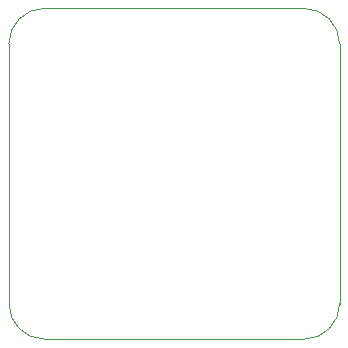
<source format=gbr>
%TF.GenerationSoftware,KiCad,Pcbnew,(6.0.8)*%
%TF.CreationDate,2023-04-18T11:51:25+02:00*%
%TF.ProjectId,ENCODER,454e434f-4445-4522-9e6b-696361645f70,1.0*%
%TF.SameCoordinates,Original*%
%TF.FileFunction,Profile,NP*%
%FSLAX46Y46*%
G04 Gerber Fmt 4.6, Leading zero omitted, Abs format (unit mm)*
G04 Created by KiCad (PCBNEW (6.0.8)) date 2023-04-18 11:51:25*
%MOMM*%
%LPD*%
G01*
G04 APERTURE LIST*
%TA.AperFunction,Profile*%
%ADD10C,0.100000*%
%TD*%
G04 APERTURE END LIST*
D10*
X110000000Y-105000000D02*
G75*
G03*
X113000000Y-108000000I3000000J0D01*
G01*
X135000000Y-108000000D02*
G75*
G03*
X138000000Y-105000000I0J3000000D01*
G01*
X113000000Y-80000000D02*
G75*
G03*
X110000000Y-83000000I0J-3000000D01*
G01*
X135000000Y-80000000D02*
X113000000Y-80000000D01*
X138000000Y-83000000D02*
G75*
G03*
X135000000Y-80000000I-3000000J0D01*
G01*
X138000000Y-105000000D02*
X138000000Y-83000000D01*
X110000000Y-83000000D02*
X110000000Y-105000000D01*
X113000000Y-108000000D02*
X135000000Y-108000000D01*
M02*

</source>
